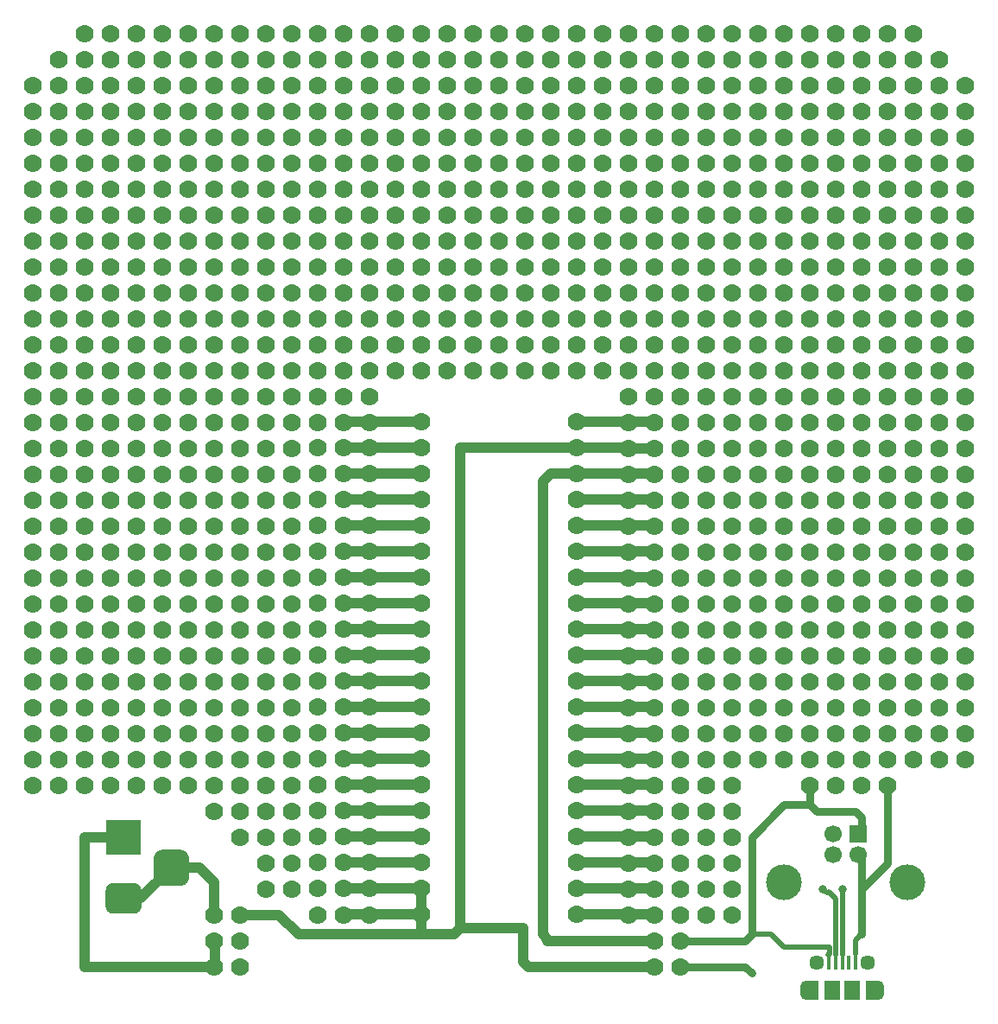
<source format=gbr>
G04 #@! TF.GenerationSoftware,KiCad,Pcbnew,(5.1.5)-3*
G04 #@! TF.CreationDate,2020-07-27T18:35:28+02:00*
G04 #@! TF.ProjectId,BluePill_Breadboard,426c7565-5069-46c6-9c5f-427265616462,rev?*
G04 #@! TF.SameCoordinates,Original*
G04 #@! TF.FileFunction,Copper,L1,Top*
G04 #@! TF.FilePolarity,Positive*
%FSLAX46Y46*%
G04 Gerber Fmt 4.6, Leading zero omitted, Abs format (unit mm)*
G04 Created by KiCad (PCBNEW (5.1.5)-3) date 2020-07-27 18:35:28*
%MOMM*%
%LPD*%
G04 APERTURE LIST*
%ADD10C,1.778000*%
%ADD11R,1.700000X1.700000*%
%ADD12C,1.700000*%
%ADD13C,3.500000*%
%ADD14R,3.500000X3.500000*%
%ADD15C,0.100000*%
%ADD16R,1.500000X1.900000*%
%ADD17C,1.450000*%
%ADD18R,0.400000X1.350000*%
%ADD19O,1.200000X1.900000*%
%ADD20R,1.200000X1.900000*%
%ADD21C,0.800000*%
%ADD22C,1.000000*%
%ADD23C,1.000000*%
%ADD24C,0.750000*%
%ADD25C,0.500000*%
G04 APERTURE END LIST*
D10*
X129540000Y-133115000D03*
X127000000Y-133115000D03*
X124460000Y-133115000D03*
X154940000Y-133115000D03*
X154940000Y-130594000D03*
X154940000Y-128035000D03*
X154940000Y-125514000D03*
X154940000Y-122955000D03*
X154940000Y-120415000D03*
X154940000Y-117875000D03*
X154940000Y-115335000D03*
X154940000Y-112795000D03*
X154940000Y-110274000D03*
X154940000Y-107715000D03*
X154940000Y-105175000D03*
X154940000Y-102635000D03*
X154940000Y-100114000D03*
X154940000Y-97555000D03*
X154940000Y-95034000D03*
X154940000Y-92475000D03*
X129540000Y-84855000D03*
X127000000Y-84855000D03*
X124460000Y-84855000D03*
X152400000Y-77235000D03*
X152400000Y-79775000D03*
X160020000Y-133115000D03*
X129540000Y-125476000D03*
X127000000Y-125476000D03*
X124460000Y-125476000D03*
X124460000Y-128016000D03*
X124460000Y-130556000D03*
X127000000Y-130556000D03*
X129540000Y-130556000D03*
X127000000Y-128016000D03*
X129540000Y-128016000D03*
X149860000Y-79775000D03*
X147320000Y-79775000D03*
X147320000Y-77235000D03*
X149860000Y-77235000D03*
X144780000Y-79775000D03*
X142240000Y-79775000D03*
X142240000Y-77235000D03*
X144780000Y-77235000D03*
X139700000Y-79775000D03*
X137160000Y-79775000D03*
X137160000Y-77235000D03*
X139700000Y-77235000D03*
X134620000Y-79775000D03*
X132080000Y-79775000D03*
X132080000Y-77235000D03*
X134620000Y-77235000D03*
X160020000Y-87395000D03*
X157480000Y-87395000D03*
X160020000Y-89935000D03*
X157480000Y-89935000D03*
X154940000Y-89935000D03*
X154940000Y-87395000D03*
X154940000Y-84855000D03*
X157480000Y-84855000D03*
X160020000Y-84855000D03*
X129540000Y-89916000D03*
X127000000Y-89916000D03*
X129540000Y-92456000D03*
X127000000Y-92456000D03*
X124460000Y-92456000D03*
X124460000Y-89916000D03*
X124460000Y-87376000D03*
X127000000Y-87376000D03*
X129540000Y-87376000D03*
X129540000Y-97536000D03*
X127000000Y-97536000D03*
X129540000Y-100076000D03*
X127000000Y-100076000D03*
X124460000Y-100076000D03*
X124460000Y-97536000D03*
X124460000Y-94996000D03*
X127000000Y-94996000D03*
X129540000Y-94996000D03*
X129540000Y-105156000D03*
X127000000Y-105156000D03*
X129540000Y-107696000D03*
X127000000Y-107696000D03*
X124460000Y-107696000D03*
X124460000Y-105156000D03*
X124460000Y-102616000D03*
X127000000Y-102616000D03*
X129540000Y-102616000D03*
X129540000Y-112776000D03*
X127000000Y-112776000D03*
X129540000Y-115316000D03*
X127000000Y-115316000D03*
X124460000Y-115316000D03*
X124460000Y-112776000D03*
X124460000Y-110236000D03*
X127000000Y-110236000D03*
X129540000Y-110236000D03*
X129540000Y-120396000D03*
X127000000Y-120396000D03*
X129540000Y-122936000D03*
X127000000Y-122936000D03*
X124460000Y-122936000D03*
X124460000Y-120396000D03*
X124460000Y-117856000D03*
X127000000Y-117856000D03*
X129540000Y-117856000D03*
X134620000Y-133096000D03*
X134620000Y-120396000D03*
X134620000Y-102616000D03*
X134620000Y-92456000D03*
X134620000Y-130556000D03*
X134620000Y-107696000D03*
X134620000Y-125476000D03*
X134620000Y-122936000D03*
X134620000Y-128016000D03*
X134620000Y-105156000D03*
X134620000Y-110236000D03*
X134620000Y-97536000D03*
X134620000Y-117856000D03*
X134620000Y-89916000D03*
X134620000Y-94996000D03*
X134620000Y-100076000D03*
X134620000Y-87376000D03*
X134620000Y-112776000D03*
X134620000Y-84836000D03*
X134620000Y-115316000D03*
X149860000Y-133096000D03*
X149860000Y-130556000D03*
X149860000Y-128016000D03*
X149860000Y-125476000D03*
X149860000Y-122936000D03*
X149860000Y-115316000D03*
X149860000Y-120396000D03*
X149860000Y-117856000D03*
X149860000Y-112776000D03*
X149860000Y-110236000D03*
X149860000Y-107696000D03*
X149860000Y-102616000D03*
X149860000Y-105156000D03*
X149860000Y-100076000D03*
X149860000Y-97536000D03*
X149860000Y-89916000D03*
X149860000Y-94996000D03*
X149860000Y-92456000D03*
X149860000Y-87376000D03*
X149860000Y-84836000D03*
X99060000Y-49295000D03*
X116840000Y-138195000D03*
X101600000Y-107715000D03*
X99060000Y-107715000D03*
X101600000Y-110255000D03*
X99060000Y-110255000D03*
X96520000Y-110255000D03*
X96520000Y-107715000D03*
X96520000Y-105175000D03*
X99060000Y-105175000D03*
X101600000Y-105175000D03*
X101600000Y-115335000D03*
X99060000Y-115335000D03*
X101600000Y-117875000D03*
X99060000Y-117875000D03*
X96520000Y-117875000D03*
X96520000Y-115335000D03*
X96520000Y-112795000D03*
X99060000Y-112795000D03*
X101600000Y-112795000D03*
X101600000Y-54375000D03*
X99060000Y-54375000D03*
X101600000Y-56915000D03*
X99060000Y-56915000D03*
X96520000Y-56915000D03*
X96520000Y-54375000D03*
X96520000Y-51835000D03*
X99060000Y-51835000D03*
X101600000Y-51835000D03*
X101600000Y-61995000D03*
X99060000Y-61995000D03*
X101600000Y-64535000D03*
X99060000Y-64535000D03*
X96520000Y-64535000D03*
X96520000Y-61995000D03*
X96520000Y-59455000D03*
X99060000Y-59455000D03*
X101600000Y-59455000D03*
X101600000Y-69615000D03*
X99060000Y-69615000D03*
X101600000Y-72155000D03*
X99060000Y-72155000D03*
X96520000Y-72155000D03*
X96520000Y-69615000D03*
X96520000Y-67075000D03*
X99060000Y-67075000D03*
X101600000Y-67075000D03*
X104140000Y-49295000D03*
X101600000Y-49295000D03*
X101600000Y-46755000D03*
X104140000Y-46755000D03*
X101600000Y-92475000D03*
X99060000Y-92475000D03*
X101600000Y-95015000D03*
X99060000Y-95015000D03*
X96520000Y-95015000D03*
X96520000Y-92475000D03*
X96520000Y-89935000D03*
X99060000Y-89935000D03*
X101600000Y-89935000D03*
X96520000Y-120415000D03*
X101600000Y-77235000D03*
X99060000Y-77235000D03*
X101600000Y-79775000D03*
X99060000Y-79775000D03*
X96520000Y-79775000D03*
X96520000Y-77235000D03*
X96520000Y-74695000D03*
X99060000Y-74695000D03*
X101600000Y-74695000D03*
X114300000Y-49295000D03*
X111760000Y-49295000D03*
X111760000Y-46755000D03*
X114300000Y-46755000D03*
X124460000Y-49295000D03*
X121920000Y-49295000D03*
X121920000Y-46755000D03*
X124460000Y-46755000D03*
X119380000Y-49295000D03*
X116840000Y-49295000D03*
X116840000Y-46755000D03*
X119380000Y-46755000D03*
X101600000Y-84855000D03*
X99060000Y-84855000D03*
X101600000Y-87395000D03*
X99060000Y-87395000D03*
X96520000Y-87395000D03*
X96520000Y-84855000D03*
X96520000Y-82315000D03*
X99060000Y-82315000D03*
X101600000Y-82315000D03*
X101600000Y-100095000D03*
X99060000Y-100095000D03*
X101600000Y-102635000D03*
X99060000Y-102635000D03*
X96520000Y-102635000D03*
X96520000Y-100095000D03*
X96520000Y-97555000D03*
X99060000Y-97555000D03*
X101600000Y-97555000D03*
X109220000Y-49295000D03*
X106680000Y-49295000D03*
X106680000Y-46755000D03*
X109220000Y-46755000D03*
X129540000Y-49295000D03*
X127000000Y-49295000D03*
X127000000Y-46755000D03*
X129540000Y-46755000D03*
X99060000Y-120415000D03*
X101600000Y-120415000D03*
X170180000Y-46755000D03*
X167640000Y-46755000D03*
X167640000Y-49295000D03*
X170180000Y-49295000D03*
X149860000Y-46755000D03*
X147320000Y-46755000D03*
X147320000Y-49295000D03*
X149860000Y-49295000D03*
X160020000Y-46755000D03*
X157480000Y-46755000D03*
X157480000Y-49295000D03*
X160020000Y-49295000D03*
X180340000Y-46755000D03*
X177800000Y-46755000D03*
X177800000Y-49295000D03*
X180340000Y-49295000D03*
X165100000Y-46755000D03*
X162560000Y-46755000D03*
X162560000Y-49295000D03*
X165100000Y-49295000D03*
X134620000Y-49295000D03*
X132080000Y-49295000D03*
X132080000Y-46755000D03*
X134620000Y-46755000D03*
X144780000Y-46755000D03*
X142240000Y-46755000D03*
X142240000Y-49295000D03*
X144780000Y-49295000D03*
X139700000Y-49295000D03*
X137160000Y-49295000D03*
X137160000Y-46755000D03*
X139700000Y-46755000D03*
X154940000Y-46755000D03*
X152400000Y-46755000D03*
X152400000Y-49295000D03*
X154940000Y-49295000D03*
X175260000Y-46755000D03*
X172720000Y-46755000D03*
X172720000Y-49295000D03*
X175260000Y-49295000D03*
D11*
X177475000Y-125230000D03*
D12*
X174975000Y-125230000D03*
X174975000Y-127230000D03*
X177475000Y-127230000D03*
D13*
X182245000Y-129940000D03*
X170205000Y-129940000D03*
D10*
X121920000Y-100095000D03*
X119380000Y-100095000D03*
X116840000Y-100095000D03*
X116840000Y-102635000D03*
X116840000Y-105175000D03*
X119380000Y-105175000D03*
X121920000Y-105175000D03*
X119380000Y-102635000D03*
X121920000Y-102635000D03*
X160020000Y-54375000D03*
X157480000Y-54375000D03*
X154940000Y-54375000D03*
X154940000Y-56915000D03*
X154940000Y-59455000D03*
X157480000Y-59455000D03*
X160020000Y-59455000D03*
X157480000Y-56915000D03*
X160020000Y-56915000D03*
X121920000Y-107715000D03*
X119380000Y-107715000D03*
X116840000Y-107715000D03*
X116840000Y-110255000D03*
X116840000Y-112795000D03*
X119380000Y-112795000D03*
X121920000Y-112795000D03*
X119380000Y-110255000D03*
X121920000Y-110255000D03*
X137160000Y-54375000D03*
X134620000Y-54375000D03*
X132080000Y-54375000D03*
X132080000Y-56915000D03*
X132080000Y-59455000D03*
X134620000Y-59455000D03*
X137160000Y-59455000D03*
X134620000Y-56915000D03*
X137160000Y-56915000D03*
X152400000Y-61995000D03*
X149860000Y-61995000D03*
X147320000Y-61995000D03*
X147320000Y-64535000D03*
X147320000Y-67075000D03*
X149860000Y-67075000D03*
X152400000Y-67075000D03*
X149860000Y-64535000D03*
X152400000Y-64535000D03*
X167640000Y-61995000D03*
X165100000Y-61995000D03*
X162560000Y-61995000D03*
X162560000Y-64535000D03*
X162560000Y-67075000D03*
X165100000Y-67075000D03*
X167640000Y-67075000D03*
X165100000Y-64535000D03*
X167640000Y-64535000D03*
X152400000Y-54375000D03*
X149860000Y-54375000D03*
X147320000Y-54375000D03*
X147320000Y-56915000D03*
X147320000Y-59455000D03*
X149860000Y-59455000D03*
X152400000Y-59455000D03*
X149860000Y-56915000D03*
X152400000Y-56915000D03*
X152400000Y-69615000D03*
X149860000Y-69615000D03*
X147320000Y-69615000D03*
X147320000Y-72155000D03*
X147320000Y-74695000D03*
X149860000Y-74695000D03*
X152400000Y-74695000D03*
X149860000Y-72155000D03*
X152400000Y-72155000D03*
X114300000Y-107715000D03*
X111760000Y-107715000D03*
X109220000Y-107715000D03*
X109220000Y-110255000D03*
X109220000Y-112795000D03*
X111760000Y-112795000D03*
X114300000Y-112795000D03*
X111760000Y-110255000D03*
X114300000Y-110255000D03*
X114300000Y-115335000D03*
X111760000Y-115335000D03*
X109220000Y-115335000D03*
X109220000Y-117875000D03*
X109220000Y-120415000D03*
X111760000Y-120415000D03*
X114300000Y-120415000D03*
X111760000Y-117875000D03*
X114300000Y-117875000D03*
X121920000Y-84855000D03*
X119380000Y-84855000D03*
X116840000Y-84855000D03*
X116840000Y-87395000D03*
X116840000Y-89935000D03*
X119380000Y-89935000D03*
X121920000Y-89935000D03*
X119380000Y-87395000D03*
X121920000Y-87395000D03*
X114300000Y-92475000D03*
X111760000Y-92475000D03*
X109220000Y-92475000D03*
X109220000Y-95015000D03*
X109220000Y-97555000D03*
X111760000Y-97555000D03*
X114300000Y-97555000D03*
X111760000Y-95015000D03*
X114300000Y-95015000D03*
X137160000Y-69615000D03*
X134620000Y-69615000D03*
X132080000Y-69615000D03*
X132080000Y-72155000D03*
X132080000Y-74695000D03*
X134620000Y-74695000D03*
X137160000Y-74695000D03*
X134620000Y-72155000D03*
X137160000Y-72155000D03*
X114300000Y-77235000D03*
X111760000Y-77235000D03*
X109220000Y-77235000D03*
X109220000Y-79775000D03*
X109220000Y-82315000D03*
X111760000Y-82315000D03*
X114300000Y-82315000D03*
X111760000Y-79775000D03*
X114300000Y-79775000D03*
X167640000Y-69615000D03*
X165100000Y-69615000D03*
X162560000Y-69615000D03*
X162560000Y-72155000D03*
X162560000Y-74695000D03*
X165100000Y-74695000D03*
X167640000Y-74695000D03*
X165100000Y-72155000D03*
X167640000Y-72155000D03*
X129540000Y-61995000D03*
X127000000Y-61995000D03*
X124460000Y-61995000D03*
X124460000Y-64535000D03*
X124460000Y-67075000D03*
X127000000Y-67075000D03*
X129540000Y-67075000D03*
X127000000Y-64535000D03*
X129540000Y-64535000D03*
X160020000Y-61995000D03*
X157480000Y-61995000D03*
X154940000Y-61995000D03*
X154940000Y-64535000D03*
X154940000Y-67075000D03*
X157480000Y-67075000D03*
X160020000Y-67075000D03*
X157480000Y-64535000D03*
X160020000Y-64535000D03*
X121920000Y-115335000D03*
X119380000Y-115335000D03*
X116840000Y-115335000D03*
X116840000Y-117875000D03*
X116840000Y-120415000D03*
X119380000Y-120415000D03*
X121920000Y-120415000D03*
X119380000Y-117875000D03*
X121920000Y-117875000D03*
X121920000Y-69615000D03*
X119380000Y-69615000D03*
X116840000Y-69615000D03*
X116840000Y-72155000D03*
X116840000Y-74695000D03*
X119380000Y-74695000D03*
X121920000Y-74695000D03*
X119380000Y-72155000D03*
X121920000Y-72155000D03*
X160020000Y-69615000D03*
X157480000Y-69615000D03*
X154940000Y-69615000D03*
X154940000Y-72155000D03*
X154940000Y-74695000D03*
X157480000Y-74695000D03*
X160020000Y-74695000D03*
X157480000Y-72155000D03*
X160020000Y-72155000D03*
X129540000Y-69615000D03*
X127000000Y-69615000D03*
X124460000Y-69615000D03*
X124460000Y-72155000D03*
X124460000Y-74695000D03*
X127000000Y-74695000D03*
X129540000Y-74695000D03*
X127000000Y-72155000D03*
X129540000Y-72155000D03*
X121920000Y-92475000D03*
X119380000Y-92475000D03*
X116840000Y-92475000D03*
X116840000Y-95015000D03*
X116840000Y-97555000D03*
X119380000Y-97555000D03*
X121920000Y-97555000D03*
X119380000Y-95015000D03*
X121920000Y-95015000D03*
X144780000Y-61995000D03*
X142240000Y-61995000D03*
X139700000Y-61995000D03*
X139700000Y-64535000D03*
X139700000Y-67075000D03*
X142240000Y-67075000D03*
X144780000Y-67075000D03*
X142240000Y-64535000D03*
X144780000Y-64535000D03*
X121920000Y-54375000D03*
X119380000Y-54375000D03*
X116840000Y-54375000D03*
X116840000Y-56915000D03*
X116840000Y-59455000D03*
X119380000Y-59455000D03*
X121920000Y-59455000D03*
X119380000Y-56915000D03*
X121920000Y-56915000D03*
X144780000Y-69615000D03*
X142240000Y-69615000D03*
X139700000Y-69615000D03*
X139700000Y-72155000D03*
X139700000Y-74695000D03*
X142240000Y-74695000D03*
X144780000Y-74695000D03*
X142240000Y-72155000D03*
X144780000Y-72155000D03*
X121920000Y-77235000D03*
X119380000Y-77235000D03*
X116840000Y-77235000D03*
X116840000Y-79775000D03*
X116840000Y-82315000D03*
X119380000Y-82315000D03*
X121920000Y-82315000D03*
X119380000Y-79775000D03*
X121920000Y-79775000D03*
X121920000Y-61995000D03*
X119380000Y-61995000D03*
X116840000Y-61995000D03*
X116840000Y-64535000D03*
X116840000Y-67075000D03*
X119380000Y-67075000D03*
X121920000Y-67075000D03*
X119380000Y-64535000D03*
X121920000Y-64535000D03*
X144780000Y-54375000D03*
X142240000Y-54375000D03*
X139700000Y-54375000D03*
X139700000Y-56915000D03*
X139700000Y-59455000D03*
X142240000Y-59455000D03*
X144780000Y-59455000D03*
X142240000Y-56915000D03*
X144780000Y-56915000D03*
X129540000Y-54375000D03*
X127000000Y-54375000D03*
X124460000Y-54375000D03*
X124460000Y-56915000D03*
X124460000Y-59455000D03*
X127000000Y-59455000D03*
X129540000Y-59455000D03*
X127000000Y-56915000D03*
X129540000Y-56915000D03*
X114300000Y-100095000D03*
X111760000Y-100095000D03*
X109220000Y-100095000D03*
X109220000Y-102635000D03*
X109220000Y-105175000D03*
X111760000Y-105175000D03*
X114300000Y-105175000D03*
X111760000Y-102635000D03*
X114300000Y-102635000D03*
X114300000Y-84855000D03*
X111760000Y-84855000D03*
X109220000Y-84855000D03*
X109220000Y-87395000D03*
X109220000Y-89935000D03*
X111760000Y-89935000D03*
X114300000Y-89935000D03*
X111760000Y-87395000D03*
X114300000Y-87395000D03*
X137160000Y-61995000D03*
X134620000Y-61995000D03*
X132080000Y-61995000D03*
X132080000Y-64535000D03*
X132080000Y-67075000D03*
X134620000Y-67075000D03*
X137160000Y-67075000D03*
X134620000Y-64535000D03*
X137160000Y-64535000D03*
X162560000Y-51835000D03*
X167640000Y-84855000D03*
X165100000Y-84855000D03*
X162560000Y-84855000D03*
X162560000Y-87395000D03*
X162560000Y-89935000D03*
X165100000Y-89935000D03*
X167640000Y-89935000D03*
X165100000Y-87395000D03*
X167640000Y-87395000D03*
X182880000Y-95015000D03*
X180340000Y-95015000D03*
X177800000Y-95015000D03*
X177800000Y-97555000D03*
X177800000Y-100095000D03*
X180340000Y-100095000D03*
X182880000Y-100095000D03*
X180340000Y-97555000D03*
X182880000Y-97555000D03*
X175260000Y-95015000D03*
X172720000Y-95015000D03*
X170180000Y-95015000D03*
X170180000Y-97555000D03*
X170180000Y-100095000D03*
X172720000Y-100095000D03*
X175260000Y-100095000D03*
X172720000Y-97555000D03*
X175260000Y-97555000D03*
X165100000Y-51835000D03*
X167640000Y-51835000D03*
X160020000Y-77235000D03*
X157480000Y-77235000D03*
X154940000Y-77235000D03*
X154940000Y-79775000D03*
X154940000Y-82315000D03*
X157480000Y-82315000D03*
X160020000Y-82315000D03*
X157480000Y-79775000D03*
X160020000Y-79775000D03*
X152400000Y-51835000D03*
X167640000Y-92475000D03*
X165100000Y-92475000D03*
X162560000Y-92475000D03*
X162560000Y-95015000D03*
X162560000Y-97555000D03*
X165100000Y-97555000D03*
X167640000Y-97555000D03*
X165100000Y-95015000D03*
X167640000Y-95015000D03*
X175260000Y-79775000D03*
X172720000Y-79775000D03*
X170180000Y-79775000D03*
X170180000Y-82315000D03*
X170180000Y-84855000D03*
X172720000Y-84855000D03*
X175260000Y-84855000D03*
X172720000Y-82315000D03*
X175260000Y-82315000D03*
X154940000Y-51835000D03*
X149860000Y-51835000D03*
X114300000Y-69615000D03*
X111760000Y-69615000D03*
X109220000Y-69615000D03*
X109220000Y-72155000D03*
X109220000Y-74695000D03*
X111760000Y-74695000D03*
X114300000Y-74695000D03*
X111760000Y-72155000D03*
X114300000Y-72155000D03*
X114300000Y-61995000D03*
X111760000Y-61995000D03*
X109220000Y-61995000D03*
X109220000Y-64535000D03*
X109220000Y-67075000D03*
X111760000Y-67075000D03*
X114300000Y-67075000D03*
X111760000Y-64535000D03*
X114300000Y-64535000D03*
X160020000Y-51835000D03*
X114300000Y-54375000D03*
X111760000Y-54375000D03*
X109220000Y-54375000D03*
X109220000Y-56915000D03*
X109220000Y-59455000D03*
X111760000Y-59455000D03*
X114300000Y-59455000D03*
X111760000Y-56915000D03*
X114300000Y-56915000D03*
X167640000Y-107715000D03*
X165100000Y-107715000D03*
X162560000Y-107715000D03*
X162560000Y-110255000D03*
X162560000Y-112795000D03*
X165100000Y-112795000D03*
X167640000Y-112795000D03*
X165100000Y-110255000D03*
X167640000Y-110255000D03*
X167640000Y-77235000D03*
X165100000Y-77235000D03*
X162560000Y-77235000D03*
X162560000Y-79775000D03*
X162560000Y-82315000D03*
X165100000Y-82315000D03*
X167640000Y-82315000D03*
X165100000Y-79775000D03*
X167640000Y-79775000D03*
X175260000Y-59455000D03*
X172720000Y-59455000D03*
X170180000Y-59455000D03*
X170180000Y-61995000D03*
X170180000Y-64535000D03*
X172720000Y-64535000D03*
X175260000Y-64535000D03*
X172720000Y-61995000D03*
X175260000Y-61995000D03*
X175260000Y-87395000D03*
X172720000Y-87395000D03*
X170180000Y-87395000D03*
X170180000Y-89935000D03*
X170180000Y-92475000D03*
X172720000Y-92475000D03*
X175260000Y-92475000D03*
X172720000Y-89935000D03*
X175260000Y-89935000D03*
X175260000Y-67075000D03*
X172720000Y-67075000D03*
X170180000Y-67075000D03*
X170180000Y-69615000D03*
X170180000Y-72155000D03*
X172720000Y-72155000D03*
X175260000Y-72155000D03*
X172720000Y-69615000D03*
X175260000Y-69615000D03*
X175260000Y-107715000D03*
X172720000Y-107715000D03*
X170180000Y-107715000D03*
X170180000Y-110255000D03*
X170180000Y-112795000D03*
X172720000Y-112795000D03*
X175260000Y-112795000D03*
X172720000Y-110255000D03*
X175260000Y-110255000D03*
X182880000Y-87395000D03*
X180340000Y-87395000D03*
X177800000Y-87395000D03*
X177800000Y-89935000D03*
X177800000Y-92475000D03*
X180340000Y-92475000D03*
X182880000Y-92475000D03*
X180340000Y-89935000D03*
X182880000Y-89935000D03*
X182880000Y-107715000D03*
X180340000Y-107715000D03*
X177800000Y-107715000D03*
X177800000Y-110255000D03*
X177800000Y-112795000D03*
X180340000Y-112795000D03*
X182880000Y-112795000D03*
X180340000Y-110255000D03*
X182880000Y-110255000D03*
X129540000Y-77235000D03*
X127000000Y-77235000D03*
X124460000Y-77235000D03*
X124460000Y-79775000D03*
X124460000Y-82315000D03*
X127000000Y-82315000D03*
X129540000Y-82315000D03*
X127000000Y-79775000D03*
X129540000Y-79775000D03*
X167640000Y-100095000D03*
X165100000Y-100095000D03*
X162560000Y-100095000D03*
X162560000Y-102635000D03*
X162560000Y-105175000D03*
X165100000Y-105175000D03*
X167640000Y-105175000D03*
X165100000Y-102635000D03*
X167640000Y-102635000D03*
X157480000Y-51835000D03*
X172720000Y-56915000D03*
X144780000Y-51835000D03*
X127000000Y-51835000D03*
X121920000Y-51835000D03*
X177800000Y-72155000D03*
X119380000Y-51835000D03*
X111760000Y-51835000D03*
X114300000Y-51835000D03*
X116840000Y-51835000D03*
X109220000Y-51835000D03*
X170180000Y-56915000D03*
X142240000Y-51835000D03*
X134620000Y-51835000D03*
X129540000Y-51835000D03*
X132080000Y-51835000D03*
X137160000Y-51835000D03*
X147320000Y-51835000D03*
X139700000Y-51835000D03*
X172720000Y-120415000D03*
X170180000Y-51835000D03*
X172720000Y-51835000D03*
X175260000Y-51835000D03*
X157480000Y-133115000D03*
X106680000Y-97555000D03*
X104140000Y-97555000D03*
X104140000Y-100095000D03*
X106680000Y-100095000D03*
X106680000Y-82315000D03*
X104140000Y-82315000D03*
X104140000Y-84855000D03*
X106680000Y-84855000D03*
X106680000Y-92475000D03*
X104140000Y-92475000D03*
X104140000Y-95015000D03*
X106680000Y-95015000D03*
X175260000Y-120415000D03*
X177800000Y-120415000D03*
X106680000Y-77235000D03*
X104140000Y-77235000D03*
X104140000Y-79775000D03*
X106680000Y-79775000D03*
X116840000Y-125495000D03*
X106680000Y-87395000D03*
X104140000Y-87395000D03*
X104140000Y-89935000D03*
X106680000Y-89935000D03*
X180340000Y-120415000D03*
X114300000Y-122955000D03*
X116840000Y-122955000D03*
X177800000Y-74695000D03*
X175260000Y-74695000D03*
X175260000Y-77235000D03*
X177800000Y-77235000D03*
X172720000Y-74695000D03*
X170180000Y-74695000D03*
X170180000Y-77235000D03*
X172720000Y-77235000D03*
X106680000Y-72155000D03*
X104140000Y-72155000D03*
X104140000Y-74695000D03*
X106680000Y-74695000D03*
X106680000Y-61995000D03*
X104140000Y-61995000D03*
X104140000Y-64535000D03*
X106680000Y-64535000D03*
X106680000Y-51835000D03*
X104140000Y-51835000D03*
X104140000Y-54375000D03*
X106680000Y-54375000D03*
X106680000Y-56915000D03*
X104140000Y-56915000D03*
X104140000Y-59455000D03*
X106680000Y-59455000D03*
X106680000Y-67075000D03*
X104140000Y-67075000D03*
X104140000Y-69615000D03*
X106680000Y-69615000D03*
X160020000Y-92475000D03*
X157480000Y-92475000D03*
X157480000Y-95015000D03*
X160020000Y-95015000D03*
X106680000Y-117875000D03*
X104140000Y-117875000D03*
X104140000Y-120415000D03*
X106680000Y-120415000D03*
X180340000Y-115335000D03*
X177800000Y-115335000D03*
X177800000Y-117875000D03*
X180340000Y-117875000D03*
X180340000Y-61995000D03*
X177800000Y-61995000D03*
X177800000Y-64535000D03*
X180340000Y-64535000D03*
X160020000Y-97555000D03*
X157480000Y-97555000D03*
X157480000Y-100095000D03*
X160020000Y-100095000D03*
X180340000Y-67075000D03*
X177800000Y-67075000D03*
X177800000Y-69615000D03*
X180340000Y-69615000D03*
X106680000Y-102635000D03*
X104140000Y-102635000D03*
X104140000Y-105175000D03*
X106680000Y-105175000D03*
X106680000Y-107715000D03*
X104140000Y-107715000D03*
X104140000Y-110255000D03*
X106680000Y-110255000D03*
X106680000Y-112795000D03*
X104140000Y-112795000D03*
X104140000Y-115335000D03*
X106680000Y-115335000D03*
X167640000Y-56915000D03*
X165100000Y-56915000D03*
X165100000Y-59455000D03*
X167640000Y-59455000D03*
X160020000Y-128035000D03*
X157480000Y-128035000D03*
X157480000Y-130575000D03*
X160020000Y-130575000D03*
X180340000Y-56915000D03*
X177800000Y-56915000D03*
X177800000Y-59455000D03*
X180340000Y-59455000D03*
X165100000Y-130575000D03*
X162560000Y-130575000D03*
X162560000Y-133115000D03*
X165100000Y-133115000D03*
X185420000Y-115335000D03*
X182880000Y-115335000D03*
X182880000Y-117875000D03*
X185420000Y-117875000D03*
X177800000Y-102635000D03*
X175260000Y-102635000D03*
X175260000Y-105175000D03*
X177800000Y-105175000D03*
X180340000Y-51835000D03*
X177800000Y-51835000D03*
X177800000Y-54375000D03*
X180340000Y-54375000D03*
X160020000Y-135655000D03*
X157480000Y-135655000D03*
X157480000Y-138195000D03*
X160020000Y-138195000D03*
X121920000Y-130575000D03*
X119380000Y-130575000D03*
X119380000Y-128035000D03*
X121920000Y-128035000D03*
X121920000Y-125495000D03*
X119380000Y-125495000D03*
X119380000Y-122955000D03*
X121920000Y-122955000D03*
X160020000Y-102635000D03*
X157480000Y-102635000D03*
X157480000Y-105175000D03*
X160020000Y-105175000D03*
X160020000Y-122955000D03*
X157480000Y-122955000D03*
X157480000Y-125495000D03*
X160020000Y-125495000D03*
X172720000Y-102635000D03*
X170180000Y-102635000D03*
X170180000Y-105175000D03*
X172720000Y-105175000D03*
X160020000Y-117875000D03*
X157480000Y-117875000D03*
X157480000Y-120415000D03*
X160020000Y-120415000D03*
X116840000Y-133115000D03*
X114300000Y-133115000D03*
X114300000Y-135655000D03*
X116840000Y-135655000D03*
X160020000Y-107715000D03*
X157480000Y-107715000D03*
X157480000Y-110255000D03*
X160020000Y-110255000D03*
X182880000Y-102635000D03*
X180340000Y-102635000D03*
X180340000Y-105175000D03*
X182880000Y-105175000D03*
X124460000Y-51835000D03*
X160020000Y-112795000D03*
X157480000Y-112795000D03*
X157480000Y-115335000D03*
X160020000Y-115335000D03*
X167640000Y-54375000D03*
X180340000Y-74695000D03*
X165100000Y-54375000D03*
X180340000Y-77235000D03*
X170180000Y-54375000D03*
X172720000Y-54375000D03*
X177800000Y-84855000D03*
X180340000Y-84855000D03*
X187960000Y-69615000D03*
X185420000Y-69615000D03*
X187960000Y-72155000D03*
X185420000Y-72155000D03*
X182880000Y-72155000D03*
X182880000Y-69615000D03*
X182880000Y-67075000D03*
X185420000Y-67075000D03*
X187960000Y-67075000D03*
X162560000Y-59455000D03*
X175260000Y-54375000D03*
X187960000Y-54375000D03*
X185420000Y-54375000D03*
X187960000Y-56915000D03*
X185420000Y-56915000D03*
X182880000Y-56915000D03*
X182880000Y-54375000D03*
X182880000Y-51835000D03*
X185420000Y-51835000D03*
X187960000Y-51835000D03*
X175260000Y-56915000D03*
X180340000Y-82315000D03*
X177800000Y-82315000D03*
X177800000Y-79775000D03*
X180340000Y-79775000D03*
X162560000Y-54375000D03*
X180340000Y-72155000D03*
X187960000Y-61995000D03*
X185420000Y-61995000D03*
X187960000Y-64535000D03*
X185420000Y-64535000D03*
X182880000Y-64535000D03*
X182880000Y-61995000D03*
X182880000Y-59455000D03*
X185420000Y-59455000D03*
X187960000Y-59455000D03*
X162560000Y-56915000D03*
X165100000Y-125495000D03*
X162560000Y-125495000D03*
X162560000Y-128035000D03*
X165100000Y-128035000D03*
X187960000Y-82315000D03*
X185420000Y-112795000D03*
X185420000Y-82315000D03*
X182880000Y-82315000D03*
X182880000Y-84855000D03*
X185420000Y-84855000D03*
X165100000Y-120415000D03*
X162560000Y-120415000D03*
X162560000Y-122955000D03*
X165100000Y-122955000D03*
X187960000Y-112795000D03*
X187960000Y-92475000D03*
X185420000Y-92475000D03*
X185420000Y-95015000D03*
X187960000Y-95015000D03*
X187960000Y-107715000D03*
X185420000Y-107715000D03*
X185420000Y-110255000D03*
X187960000Y-110255000D03*
X187960000Y-117875000D03*
X187960000Y-87395000D03*
X185420000Y-87395000D03*
X185420000Y-89935000D03*
X187960000Y-89935000D03*
X187960000Y-97555000D03*
X185420000Y-97555000D03*
X185420000Y-100095000D03*
X187960000Y-100095000D03*
X187960000Y-102635000D03*
X185420000Y-102635000D03*
X185420000Y-105175000D03*
X187960000Y-105175000D03*
X170180000Y-115335000D03*
X167640000Y-115335000D03*
X167640000Y-117875000D03*
X170180000Y-117875000D03*
X187960000Y-84855000D03*
X187960000Y-115335000D03*
X165100000Y-115335000D03*
X162560000Y-115335000D03*
X162560000Y-117875000D03*
X165100000Y-117875000D03*
X187960000Y-77235000D03*
X185420000Y-77235000D03*
X187960000Y-79775000D03*
X185420000Y-79775000D03*
X182880000Y-79775000D03*
X182880000Y-77235000D03*
X182880000Y-74695000D03*
X185420000Y-74695000D03*
X187960000Y-74695000D03*
X175260000Y-115335000D03*
X172720000Y-115335000D03*
X172720000Y-117875000D03*
X175260000Y-117875000D03*
D14*
X105410000Y-125495000D03*
G04 #@! TA.AperFunction,ComponentPad*
D15*
G36*
X106483513Y-129998611D02*
G01*
X106556318Y-130009411D01*
X106627714Y-130027295D01*
X106697013Y-130052090D01*
X106763548Y-130083559D01*
X106826678Y-130121398D01*
X106885795Y-130165242D01*
X106940330Y-130214670D01*
X106989758Y-130269205D01*
X107033602Y-130328322D01*
X107071441Y-130391452D01*
X107102910Y-130457987D01*
X107127705Y-130527286D01*
X107145589Y-130598682D01*
X107156389Y-130671487D01*
X107160000Y-130745000D01*
X107160000Y-132245000D01*
X107156389Y-132318513D01*
X107145589Y-132391318D01*
X107127705Y-132462714D01*
X107102910Y-132532013D01*
X107071441Y-132598548D01*
X107033602Y-132661678D01*
X106989758Y-132720795D01*
X106940330Y-132775330D01*
X106885795Y-132824758D01*
X106826678Y-132868602D01*
X106763548Y-132906441D01*
X106697013Y-132937910D01*
X106627714Y-132962705D01*
X106556318Y-132980589D01*
X106483513Y-132991389D01*
X106410000Y-132995000D01*
X104410000Y-132995000D01*
X104336487Y-132991389D01*
X104263682Y-132980589D01*
X104192286Y-132962705D01*
X104122987Y-132937910D01*
X104056452Y-132906441D01*
X103993322Y-132868602D01*
X103934205Y-132824758D01*
X103879670Y-132775330D01*
X103830242Y-132720795D01*
X103786398Y-132661678D01*
X103748559Y-132598548D01*
X103717090Y-132532013D01*
X103692295Y-132462714D01*
X103674411Y-132391318D01*
X103663611Y-132318513D01*
X103660000Y-132245000D01*
X103660000Y-130745000D01*
X103663611Y-130671487D01*
X103674411Y-130598682D01*
X103692295Y-130527286D01*
X103717090Y-130457987D01*
X103748559Y-130391452D01*
X103786398Y-130328322D01*
X103830242Y-130269205D01*
X103879670Y-130214670D01*
X103934205Y-130165242D01*
X103993322Y-130121398D01*
X104056452Y-130083559D01*
X104122987Y-130052090D01*
X104192286Y-130027295D01*
X104263682Y-130009411D01*
X104336487Y-129998611D01*
X104410000Y-129995000D01*
X106410000Y-129995000D01*
X106483513Y-129998611D01*
G37*
G04 #@! TD.AperFunction*
G04 #@! TA.AperFunction,ComponentPad*
G36*
X111070765Y-126749213D02*
G01*
X111155704Y-126761813D01*
X111238999Y-126782677D01*
X111319848Y-126811605D01*
X111397472Y-126848319D01*
X111471124Y-126892464D01*
X111540094Y-126943616D01*
X111603718Y-127001282D01*
X111661384Y-127064906D01*
X111712536Y-127133876D01*
X111756681Y-127207528D01*
X111793395Y-127285152D01*
X111822323Y-127366001D01*
X111843187Y-127449296D01*
X111855787Y-127534235D01*
X111860000Y-127620000D01*
X111860000Y-129370000D01*
X111855787Y-129455765D01*
X111843187Y-129540704D01*
X111822323Y-129623999D01*
X111793395Y-129704848D01*
X111756681Y-129782472D01*
X111712536Y-129856124D01*
X111661384Y-129925094D01*
X111603718Y-129988718D01*
X111540094Y-130046384D01*
X111471124Y-130097536D01*
X111397472Y-130141681D01*
X111319848Y-130178395D01*
X111238999Y-130207323D01*
X111155704Y-130228187D01*
X111070765Y-130240787D01*
X110985000Y-130245000D01*
X109235000Y-130245000D01*
X109149235Y-130240787D01*
X109064296Y-130228187D01*
X108981001Y-130207323D01*
X108900152Y-130178395D01*
X108822528Y-130141681D01*
X108748876Y-130097536D01*
X108679906Y-130046384D01*
X108616282Y-129988718D01*
X108558616Y-129925094D01*
X108507464Y-129856124D01*
X108463319Y-129782472D01*
X108426605Y-129704848D01*
X108397677Y-129623999D01*
X108376813Y-129540704D01*
X108364213Y-129455765D01*
X108360000Y-129370000D01*
X108360000Y-127620000D01*
X108364213Y-127534235D01*
X108376813Y-127449296D01*
X108397677Y-127366001D01*
X108426605Y-127285152D01*
X108463319Y-127207528D01*
X108507464Y-127133876D01*
X108558616Y-127064906D01*
X108616282Y-127001282D01*
X108679906Y-126943616D01*
X108748876Y-126892464D01*
X108822528Y-126848319D01*
X108900152Y-126811605D01*
X108981001Y-126782677D01*
X109064296Y-126761813D01*
X109149235Y-126749213D01*
X109235000Y-126745000D01*
X110985000Y-126745000D01*
X111070765Y-126749213D01*
G37*
G04 #@! TD.AperFunction*
D16*
X176895000Y-140475000D03*
D17*
X173395000Y-137775000D03*
D18*
X175245000Y-137775000D03*
X174595000Y-137775000D03*
X177195000Y-137775000D03*
X176545000Y-137775000D03*
X175895000Y-137775000D03*
D17*
X178395000Y-137775000D03*
D16*
X174895000Y-140475000D03*
D19*
X172395000Y-140475000D03*
X179395000Y-140475000D03*
D20*
X178795000Y-140475000D03*
X172995000Y-140475000D03*
D10*
X182880000Y-46755000D03*
X182880000Y-49295000D03*
X185420000Y-49295000D03*
X114300000Y-138195000D03*
D21*
X177800000Y-135020000D03*
X167005000Y-138830000D03*
D22*
X147020510Y-135655000D03*
D21*
X173990000Y-130575000D03*
X175935000Y-130615000D03*
D23*
X146520661Y-135020000D02*
X147020510Y-135519849D01*
X157480000Y-135655000D02*
X147020510Y-135655000D01*
X157480000Y-138195000D02*
X145115510Y-138195000D01*
X145115510Y-138195000D02*
X144615661Y-137695151D01*
D24*
X177800000Y-123590000D02*
X177165000Y-122955000D01*
D23*
X114340000Y-138195000D02*
X114340000Y-135695000D01*
X114300000Y-133115000D02*
X114300000Y-129940000D01*
X112855000Y-128495000D02*
X114300000Y-129940000D01*
D24*
X177800000Y-123895000D02*
X177800000Y-123590000D01*
D25*
X174625000Y-136290000D02*
X170180000Y-136290000D01*
X175895000Y-137052000D02*
X175895000Y-130615000D01*
X174389999Y-130974999D02*
X173990000Y-130575000D01*
X174490001Y-130974999D02*
X174389999Y-130974999D01*
D24*
X177800000Y-125495000D02*
X177800000Y-123895000D01*
D23*
X120650000Y-133115000D02*
X116840000Y-133115000D01*
D24*
X180340000Y-128035000D02*
X180340000Y-122955000D01*
X166370000Y-135655000D02*
X167005000Y-135020000D01*
D25*
X168910000Y-135020000D02*
X167005000Y-135020000D01*
D24*
X175300000Y-120455000D02*
X175260000Y-120415000D01*
D23*
X110110000Y-128495000D02*
X112855000Y-128495000D01*
D25*
X170180000Y-136290000D02*
X168910000Y-135020000D01*
D23*
X122555000Y-135020000D02*
X120650000Y-133115000D01*
D25*
X174590000Y-130875000D02*
X174490001Y-130974999D01*
X175260000Y-137052000D02*
X175260000Y-131545000D01*
X175260000Y-131545000D02*
X174590000Y-130875000D01*
D24*
X177800000Y-130480000D02*
X177800000Y-127400000D01*
X170180000Y-122320000D02*
X172720000Y-122320000D01*
X177840000Y-130535000D02*
X180340000Y-128035000D01*
D23*
X101600000Y-125495000D02*
X105410000Y-125495000D01*
D24*
X167005000Y-135020000D02*
X167005000Y-125495000D01*
X173355000Y-122955000D02*
X172720000Y-122320000D01*
X160020000Y-135655000D02*
X166370000Y-135655000D01*
X177165000Y-122955000D02*
X173355000Y-122955000D01*
X166370000Y-138195000D02*
X167005000Y-138830000D01*
D23*
X105410000Y-131495000D02*
X107110000Y-131495000D01*
D24*
X167005000Y-125495000D02*
X170180000Y-122320000D01*
X180340000Y-122955000D02*
X180340000Y-120415000D01*
D23*
X107110000Y-131495000D02*
X110110000Y-128495000D01*
D24*
X160020000Y-138195000D02*
X166370000Y-138195000D01*
D23*
X101600000Y-138195000D02*
X101600000Y-125495000D01*
X101600000Y-138195000D02*
X114300000Y-138195000D01*
D24*
X172720000Y-122320000D02*
X172720000Y-120415000D01*
D25*
X177190400Y-135578800D02*
X177241200Y-135578800D01*
X177241200Y-135578800D02*
X177800000Y-135020000D01*
X174625000Y-136925000D02*
X174625000Y-136305000D01*
X174498000Y-137052000D02*
X174625000Y-136925000D01*
D24*
X177800000Y-135020000D02*
X177800000Y-129686000D01*
D25*
X177190400Y-136975800D02*
X177190400Y-135578800D01*
D23*
X134620000Y-134874000D02*
X134620000Y-133096000D01*
X134766000Y-135020000D02*
X134620000Y-134874000D01*
X134766000Y-135020000D02*
X122555000Y-135020000D01*
X134620000Y-133096000D02*
X134620000Y-130556000D01*
X138430000Y-87376000D02*
X149860000Y-87376000D01*
X138430000Y-134385000D02*
X138430000Y-87376000D01*
X134766000Y-135020000D02*
X137795000Y-135020000D01*
X137795000Y-135020000D02*
X138430000Y-134385000D01*
X146520661Y-93255339D02*
X146558000Y-93218000D01*
X146520661Y-135020000D02*
X146520661Y-93255339D01*
X146558000Y-93218000D02*
X146558000Y-90678000D01*
X147320000Y-89916000D02*
X149860000Y-89916000D01*
X146558000Y-90678000D02*
X147320000Y-89916000D01*
X144615661Y-137695151D02*
X144615661Y-134455661D01*
X144545000Y-134385000D02*
X138430000Y-134385000D01*
X144615661Y-134455661D02*
X144545000Y-134385000D01*
X154921000Y-87376000D02*
X154940000Y-87395000D01*
X149860000Y-87376000D02*
X154921000Y-87376000D01*
X154940000Y-87395000D02*
X157480000Y-87395000D01*
X157461000Y-84836000D02*
X157480000Y-84855000D01*
X149860000Y-84836000D02*
X157461000Y-84836000D01*
X157461000Y-89916000D02*
X157480000Y-89935000D01*
X149860000Y-89916000D02*
X157461000Y-89916000D01*
X127019000Y-133096000D02*
X127000000Y-133115000D01*
X134620000Y-133096000D02*
X127019000Y-133096000D01*
X134620000Y-130556000D02*
X127000000Y-130556000D01*
X134620000Y-128016000D02*
X127000000Y-128016000D01*
X134620000Y-125476000D02*
X127000000Y-125476000D01*
X134620000Y-122936000D02*
X127000000Y-122936000D01*
X134620000Y-120396000D02*
X127000000Y-120396000D01*
X134620000Y-117856000D02*
X127000000Y-117856000D01*
X134620000Y-115316000D02*
X127000000Y-115316000D01*
X134620000Y-112776000D02*
X127000000Y-112776000D01*
X134620000Y-110236000D02*
X127000000Y-110236000D01*
X134620000Y-107696000D02*
X127000000Y-107696000D01*
X134620000Y-105156000D02*
X127000000Y-105156000D01*
X134620000Y-102616000D02*
X127000000Y-102616000D01*
X134620000Y-100076000D02*
X127000000Y-100076000D01*
X134620000Y-97536000D02*
X127000000Y-97536000D01*
X134620000Y-94996000D02*
X127000000Y-94996000D01*
X134620000Y-92456000D02*
X127000000Y-92456000D01*
X134620000Y-89916000D02*
X127000000Y-89916000D01*
X134620000Y-87376000D02*
X127000000Y-87376000D01*
X127019000Y-84836000D02*
X127000000Y-84855000D01*
X134620000Y-84836000D02*
X127019000Y-84836000D01*
X157461000Y-92456000D02*
X157480000Y-92475000D01*
X149860000Y-92456000D02*
X157461000Y-92456000D01*
X157461000Y-94996000D02*
X157480000Y-95015000D01*
X149860000Y-94996000D02*
X157461000Y-94996000D01*
X157461000Y-97536000D02*
X157480000Y-97555000D01*
X149860000Y-97536000D02*
X157461000Y-97536000D01*
X157461000Y-100076000D02*
X157480000Y-100095000D01*
X149860000Y-100076000D02*
X157461000Y-100076000D01*
X157461000Y-102616000D02*
X157480000Y-102635000D01*
X149860000Y-102616000D02*
X157461000Y-102616000D01*
X157461000Y-105156000D02*
X157480000Y-105175000D01*
X149860000Y-105156000D02*
X157461000Y-105156000D01*
X157461000Y-107696000D02*
X157480000Y-107715000D01*
X149860000Y-107696000D02*
X157461000Y-107696000D01*
X157461000Y-110236000D02*
X157480000Y-110255000D01*
X149860000Y-110236000D02*
X157461000Y-110236000D01*
X157461000Y-112776000D02*
X157480000Y-112795000D01*
X149860000Y-112776000D02*
X157461000Y-112776000D01*
X157461000Y-115316000D02*
X157480000Y-115335000D01*
X149860000Y-115316000D02*
X157461000Y-115316000D01*
X157461000Y-117856000D02*
X157480000Y-117875000D01*
X149860000Y-117856000D02*
X157461000Y-117856000D01*
X157461000Y-120396000D02*
X157480000Y-120415000D01*
X149860000Y-120396000D02*
X157461000Y-120396000D01*
X157461000Y-122936000D02*
X157480000Y-122955000D01*
X149860000Y-122936000D02*
X157461000Y-122936000D01*
X157461000Y-125476000D02*
X157480000Y-125495000D01*
X149860000Y-125476000D02*
X157461000Y-125476000D01*
X157461000Y-128016000D02*
X157480000Y-128035000D01*
X149860000Y-128016000D02*
X157461000Y-128016000D01*
X157461000Y-130556000D02*
X157480000Y-130575000D01*
X149860000Y-130556000D02*
X157461000Y-130556000D01*
X157461000Y-133096000D02*
X157480000Y-133115000D01*
X149860000Y-133096000D02*
X157461000Y-133096000D01*
M02*

</source>
